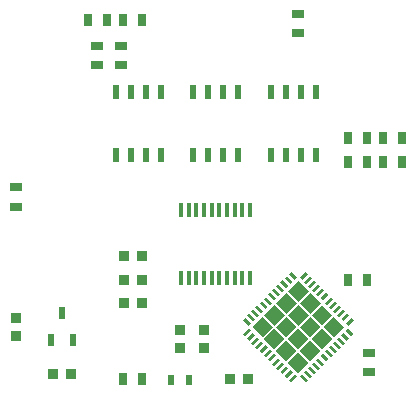
<source format=gbr>
G04 EAGLE Gerber RS-274X export*
G75*
%MOMM*%
%FSLAX34Y34*%
%LPD*%
%INSolderpaste Top*%
%IPPOS*%
%AMOC8*
5,1,8,0,0,1.08239X$1,22.5*%
G01*
G04 Define Apertures*
%ADD10R,0.920900X0.970200*%
%ADD11R,0.508000X1.238200*%
%ADD12R,0.973900X0.798700*%
%ADD13R,0.798700X0.973900*%
%ADD14R,0.304800X1.162000*%
%ADD15R,0.254800X0.708000*%
%ADD16R,0.970200X0.920900*%
%ADD17R,0.611800X0.911800*%
%ADD18R,0.528000X1.009600*%
G36*
X49884Y-108881D02*
X41061Y-100058D01*
X49884Y-91235D01*
X58708Y-100058D01*
X49884Y-108881D01*
G37*
G36*
X49884Y-88765D02*
X41061Y-79942D01*
X49884Y-71119D01*
X58708Y-79942D01*
X49884Y-88765D01*
G37*
G36*
X59942Y-118939D02*
X51119Y-110116D01*
X59942Y-101292D01*
X68765Y-110116D01*
X59942Y-118939D01*
G37*
G36*
X59942Y-78708D02*
X51119Y-69884D01*
X59942Y-61061D01*
X68765Y-69884D01*
X59942Y-78708D01*
G37*
G36*
X80058Y-118939D02*
X71235Y-110116D01*
X80058Y-101292D01*
X88881Y-110116D01*
X80058Y-118939D01*
G37*
G36*
X80058Y-78708D02*
X71235Y-69884D01*
X80058Y-61061D01*
X88881Y-69884D01*
X80058Y-78708D01*
G37*
G36*
X90116Y-108881D02*
X81292Y-100058D01*
X90116Y-91235D01*
X98939Y-100058D01*
X90116Y-108881D01*
G37*
G36*
X90116Y-88765D02*
X81292Y-79942D01*
X90116Y-71119D01*
X98939Y-79942D01*
X90116Y-88765D01*
G37*
G36*
X39826Y-98823D02*
X31003Y-90000D01*
X39826Y-81177D01*
X48650Y-90000D01*
X39826Y-98823D01*
G37*
G36*
X59942Y-98823D02*
X51119Y-90000D01*
X59942Y-81177D01*
X68765Y-90000D01*
X59942Y-98823D01*
G37*
G36*
X70000Y-128997D02*
X61177Y-120174D01*
X70000Y-111350D01*
X78823Y-120174D01*
X70000Y-128997D01*
G37*
G36*
X70000Y-108881D02*
X61177Y-100058D01*
X70000Y-91235D01*
X78823Y-100058D01*
X70000Y-108881D01*
G37*
G36*
X70000Y-88765D02*
X61177Y-79942D01*
X70000Y-71119D01*
X78823Y-79942D01*
X70000Y-88765D01*
G37*
G36*
X70000Y-68650D02*
X61177Y-59826D01*
X70000Y-51003D01*
X78823Y-59826D01*
X70000Y-68650D01*
G37*
G36*
X80058Y-98823D02*
X71235Y-90000D01*
X80058Y-81177D01*
X88881Y-90000D01*
X80058Y-98823D01*
G37*
G36*
X100174Y-98823D02*
X91350Y-90000D01*
X100174Y-81177D01*
X108997Y-90000D01*
X100174Y-98823D01*
G37*
D10*
X-62254Y-30000D03*
X-77746Y-30000D03*
X-77746Y-50000D03*
X-62254Y-50000D03*
X-77746Y-70000D03*
X-62254Y-70000D03*
D11*
X85050Y108805D03*
X72350Y108805D03*
X59650Y108805D03*
X46950Y108805D03*
X46950Y55195D03*
X59650Y55195D03*
X72350Y55195D03*
X85050Y55195D03*
D12*
X-169209Y11848D03*
X-169209Y28152D03*
D11*
X19050Y109289D03*
X6350Y109289D03*
X-6350Y109289D03*
X-19050Y109289D03*
X-19050Y55679D03*
X-6350Y55679D03*
X6350Y55679D03*
X19050Y55679D03*
X-45950Y108805D03*
X-58650Y108805D03*
X-71350Y108805D03*
X-84050Y108805D03*
X-84050Y55195D03*
X-71350Y55195D03*
X-58650Y55195D03*
X-45950Y55195D03*
D13*
X158152Y70000D03*
X141848Y70000D03*
X111848Y70000D03*
X128152Y70000D03*
D12*
X-80000Y148152D03*
X-80000Y131848D03*
D13*
X158152Y50000D03*
X141848Y50000D03*
X111848Y50000D03*
X128152Y50000D03*
D12*
X-100000Y148152D03*
X-100000Y131848D03*
D14*
X-29249Y-48710D03*
X-22750Y-48710D03*
X-16250Y-48710D03*
X-9750Y-48710D03*
X-3250Y-48710D03*
X3250Y-48710D03*
X9750Y-48710D03*
X16250Y-48710D03*
X22750Y-48710D03*
X29249Y-48710D03*
X29249Y8710D03*
X22750Y8710D03*
X16250Y8710D03*
X9750Y8710D03*
X3250Y8710D03*
X-3250Y8710D03*
X-9750Y8710D03*
X-16250Y8710D03*
X-22750Y8710D03*
X-29249Y8710D03*
D15*
G36*
X115103Y-81986D02*
X116905Y-83788D01*
X111899Y-88794D01*
X110097Y-86992D01*
X115103Y-81986D01*
G37*
G36*
X111568Y-78450D02*
X113370Y-80252D01*
X108364Y-85258D01*
X106562Y-83456D01*
X111568Y-78450D01*
G37*
G36*
X108032Y-74915D02*
X109834Y-76717D01*
X104828Y-81723D01*
X103026Y-79921D01*
X108032Y-74915D01*
G37*
G36*
X104497Y-71379D02*
X106299Y-73181D01*
X101293Y-78187D01*
X99491Y-76385D01*
X104497Y-71379D01*
G37*
G36*
X100961Y-67844D02*
X102763Y-69646D01*
X97757Y-74652D01*
X95955Y-72850D01*
X100961Y-67844D01*
G37*
G36*
X97426Y-64308D02*
X99228Y-66110D01*
X94222Y-71116D01*
X92420Y-69314D01*
X97426Y-64308D01*
G37*
G36*
X93890Y-60772D02*
X95692Y-62574D01*
X90686Y-67580D01*
X88884Y-65778D01*
X93890Y-60772D01*
G37*
G36*
X90354Y-57237D02*
X92156Y-59039D01*
X87150Y-64045D01*
X85348Y-62243D01*
X90354Y-57237D01*
G37*
G36*
X86819Y-53701D02*
X88621Y-55503D01*
X83615Y-60509D01*
X81813Y-58707D01*
X86819Y-53701D01*
G37*
G36*
X83283Y-50166D02*
X85085Y-51968D01*
X80079Y-56974D01*
X78277Y-55172D01*
X83283Y-50166D01*
G37*
G36*
X79748Y-46630D02*
X81550Y-48432D01*
X76544Y-53438D01*
X74742Y-51636D01*
X79748Y-46630D01*
G37*
G36*
X76212Y-43095D02*
X78014Y-44897D01*
X73008Y-49903D01*
X71206Y-48101D01*
X76212Y-43095D01*
G37*
G36*
X68794Y-48101D02*
X66992Y-49903D01*
X61986Y-44897D01*
X63788Y-43095D01*
X68794Y-48101D01*
G37*
G36*
X65258Y-51636D02*
X63456Y-53438D01*
X58450Y-48432D01*
X60252Y-46630D01*
X65258Y-51636D01*
G37*
G36*
X61723Y-55172D02*
X59921Y-56974D01*
X54915Y-51968D01*
X56717Y-50166D01*
X61723Y-55172D01*
G37*
G36*
X58187Y-58707D02*
X56385Y-60509D01*
X51379Y-55503D01*
X53181Y-53701D01*
X58187Y-58707D01*
G37*
G36*
X54652Y-62243D02*
X52850Y-64045D01*
X47844Y-59039D01*
X49646Y-57237D01*
X54652Y-62243D01*
G37*
G36*
X51116Y-65778D02*
X49314Y-67580D01*
X44308Y-62574D01*
X46110Y-60772D01*
X51116Y-65778D01*
G37*
G36*
X47580Y-69314D02*
X45778Y-71116D01*
X40772Y-66110D01*
X42574Y-64308D01*
X47580Y-69314D01*
G37*
G36*
X44045Y-72850D02*
X42243Y-74652D01*
X37237Y-69646D01*
X39039Y-67844D01*
X44045Y-72850D01*
G37*
G36*
X40509Y-76385D02*
X38707Y-78187D01*
X33701Y-73181D01*
X35503Y-71379D01*
X40509Y-76385D01*
G37*
G36*
X36974Y-79921D02*
X35172Y-81723D01*
X30166Y-76717D01*
X31968Y-74915D01*
X36974Y-79921D01*
G37*
G36*
X33438Y-83456D02*
X31636Y-85258D01*
X26630Y-80252D01*
X28432Y-78450D01*
X33438Y-83456D01*
G37*
G36*
X29903Y-86992D02*
X28101Y-88794D01*
X23095Y-83788D01*
X24897Y-81986D01*
X29903Y-86992D01*
G37*
G36*
X28101Y-91206D02*
X29903Y-93008D01*
X24897Y-98014D01*
X23095Y-96212D01*
X28101Y-91206D01*
G37*
G36*
X31636Y-94742D02*
X33438Y-96544D01*
X28432Y-101550D01*
X26630Y-99748D01*
X31636Y-94742D01*
G37*
G36*
X35172Y-98277D02*
X36974Y-100079D01*
X31968Y-105085D01*
X30166Y-103283D01*
X35172Y-98277D01*
G37*
G36*
X38707Y-101813D02*
X40509Y-103615D01*
X35503Y-108621D01*
X33701Y-106819D01*
X38707Y-101813D01*
G37*
G36*
X42243Y-105348D02*
X44045Y-107150D01*
X39039Y-112156D01*
X37237Y-110354D01*
X42243Y-105348D01*
G37*
G36*
X45778Y-108884D02*
X47580Y-110686D01*
X42574Y-115692D01*
X40772Y-113890D01*
X45778Y-108884D01*
G37*
G36*
X49314Y-112420D02*
X51116Y-114222D01*
X46110Y-119228D01*
X44308Y-117426D01*
X49314Y-112420D01*
G37*
G36*
X52850Y-115955D02*
X54652Y-117757D01*
X49646Y-122763D01*
X47844Y-120961D01*
X52850Y-115955D01*
G37*
G36*
X56385Y-119491D02*
X58187Y-121293D01*
X53181Y-126299D01*
X51379Y-124497D01*
X56385Y-119491D01*
G37*
G36*
X59921Y-123026D02*
X61723Y-124828D01*
X56717Y-129834D01*
X54915Y-128032D01*
X59921Y-123026D01*
G37*
G36*
X63456Y-126562D02*
X65258Y-128364D01*
X60252Y-133370D01*
X58450Y-131568D01*
X63456Y-126562D01*
G37*
G36*
X66992Y-130097D02*
X68794Y-131899D01*
X63788Y-136905D01*
X61986Y-135103D01*
X66992Y-130097D01*
G37*
G36*
X78014Y-135103D02*
X76212Y-136905D01*
X71206Y-131899D01*
X73008Y-130097D01*
X78014Y-135103D01*
G37*
G36*
X81550Y-131568D02*
X79748Y-133370D01*
X74742Y-128364D01*
X76544Y-126562D01*
X81550Y-131568D01*
G37*
G36*
X85085Y-128032D02*
X83283Y-129834D01*
X78277Y-124828D01*
X80079Y-123026D01*
X85085Y-128032D01*
G37*
G36*
X88621Y-124497D02*
X86819Y-126299D01*
X81813Y-121293D01*
X83615Y-119491D01*
X88621Y-124497D01*
G37*
G36*
X92156Y-120961D02*
X90354Y-122763D01*
X85348Y-117757D01*
X87150Y-115955D01*
X92156Y-120961D01*
G37*
G36*
X95692Y-117426D02*
X93890Y-119228D01*
X88884Y-114222D01*
X90686Y-112420D01*
X95692Y-117426D01*
G37*
G36*
X99228Y-113890D02*
X97426Y-115692D01*
X92420Y-110686D01*
X94222Y-108884D01*
X99228Y-113890D01*
G37*
G36*
X102763Y-110354D02*
X100961Y-112156D01*
X95955Y-107150D01*
X97757Y-105348D01*
X102763Y-110354D01*
G37*
G36*
X106299Y-106819D02*
X104497Y-108621D01*
X99491Y-103615D01*
X101293Y-101813D01*
X106299Y-106819D01*
G37*
G36*
X109834Y-103283D02*
X108032Y-105085D01*
X103026Y-100079D01*
X104828Y-98277D01*
X109834Y-103283D01*
G37*
G36*
X113370Y-99748D02*
X111568Y-101550D01*
X106562Y-96544D01*
X108364Y-94742D01*
X113370Y-99748D01*
G37*
G36*
X116905Y-96212D02*
X115103Y-98014D01*
X110097Y-93008D01*
X111899Y-91206D01*
X116905Y-96212D01*
G37*
D16*
X-30000Y-92254D03*
X-30000Y-107746D03*
D10*
X27746Y-134227D03*
X12254Y-134227D03*
D16*
X-10000Y-92254D03*
X-10000Y-107746D03*
D17*
X-37500Y-134519D03*
X-22500Y-134519D03*
D13*
X-78152Y-134209D03*
X-61848Y-134209D03*
X111848Y-50000D03*
X128152Y-50000D03*
D12*
X130000Y-111848D03*
X130000Y-128152D03*
D18*
X-139500Y-101438D03*
X-120500Y-101438D03*
X-130000Y-78562D03*
D10*
X-137746Y-130000D03*
X-122254Y-130000D03*
D16*
X-169227Y-82254D03*
X-169227Y-97746D03*
D12*
X70000Y158781D03*
X70000Y175085D03*
D13*
X-78152Y170000D03*
X-61848Y170000D03*
X-108152Y170000D03*
X-91848Y170000D03*
M02*

</source>
